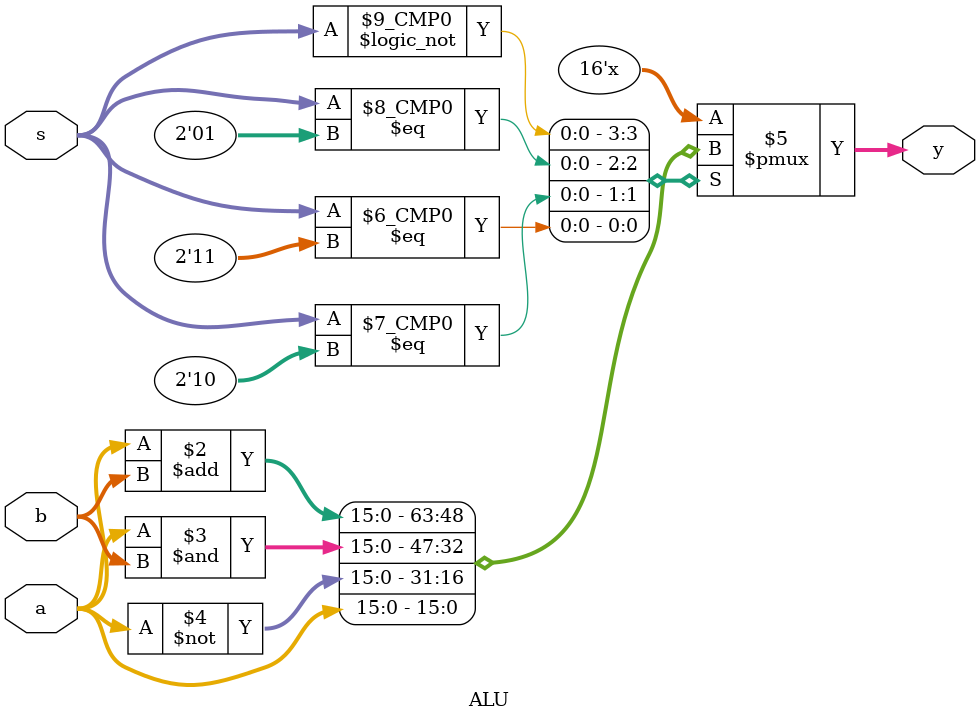
<source format=sv>
module ALU
    (input logic [15:0] a, b,
     input logic [1:0] s,
     output logic [15:0] y);
     
     always_comb begin
        case (s)
            2'b00: y = a + b;
            2'b01: y = a & b;
            2'b10: y = ~a;
            2'b11: y = a;
        endcase
     end
     
     
endmodule
     
</source>
